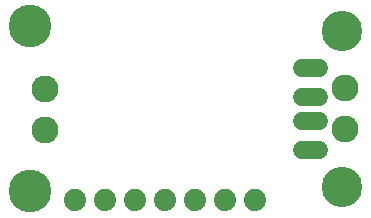
<source format=gbr>
G04 EAGLE Gerber RS-274X export*
G75*
%MOMM*%
%FSLAX34Y34*%
%LPD*%
%INSoldermask Bottom*%
%IPPOS*%
%AMOC8*
5,1,8,0,0,1.08239X$1,22.5*%
G01*
%ADD10C,3.617600*%
%ADD11C,2.286000*%
%ADD12C,1.559600*%
%ADD13C,3.417600*%
%ADD14C,1.879600*%


D10*
X25400Y25400D03*
X25400Y165100D03*
D11*
X38100Y77250D03*
X38100Y112250D03*
X292100Y113250D03*
X292100Y78250D03*
D12*
X269750Y85250D02*
X255170Y85250D01*
X255170Y105250D02*
X269750Y105250D01*
X269750Y60250D02*
X255170Y60250D01*
X255170Y130250D02*
X269750Y130250D01*
D13*
X289560Y29550D03*
X289560Y160950D03*
D14*
X63500Y17780D03*
X88900Y17780D03*
X114300Y17780D03*
X139700Y17780D03*
X165100Y17780D03*
X190500Y17780D03*
X215900Y17780D03*
M02*

</source>
